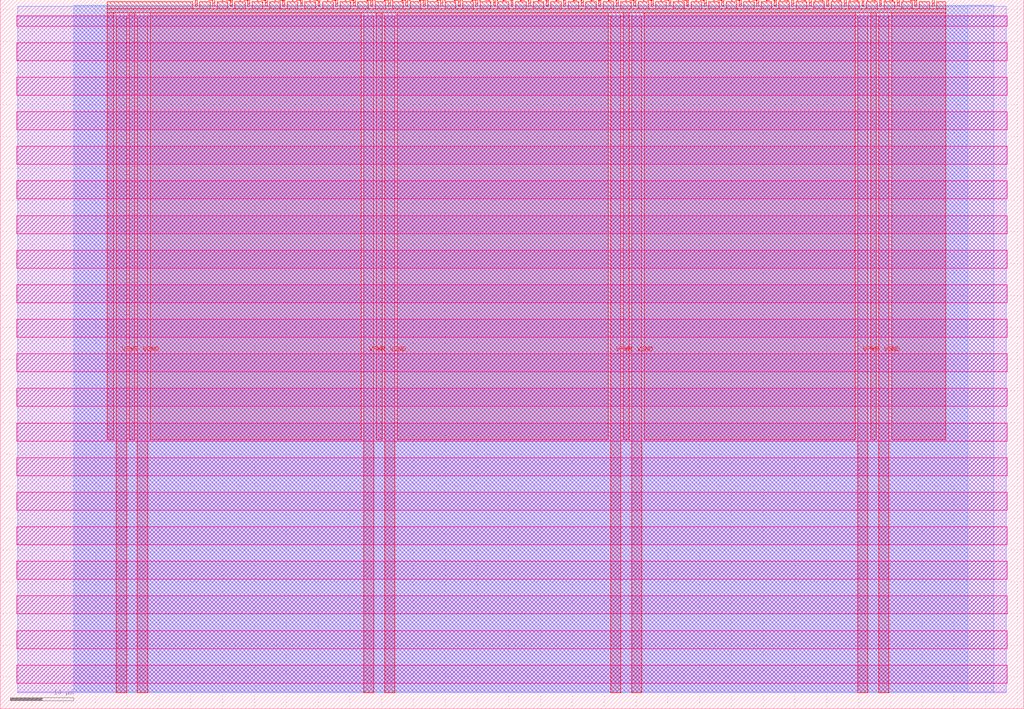
<source format=lef>
VERSION 5.7 ;
  NOWIREEXTENSIONATPIN ON ;
  DIVIDERCHAR "/" ;
  BUSBITCHARS "[]" ;
MACRO tt_um_rebeccargb_styler
  CLASS BLOCK ;
  FOREIGN tt_um_rebeccargb_styler ;
  ORIGIN 0.000 0.000 ;
  SIZE 161.000 BY 111.520 ;
  PIN VGND
    DIRECTION INOUT ;
    USE GROUND ;
    PORT
      LAYER met4 ;
        RECT 21.580 2.480 23.180 109.040 ;
    END
    PORT
      LAYER met4 ;
        RECT 60.450 2.480 62.050 109.040 ;
    END
    PORT
      LAYER met4 ;
        RECT 99.320 2.480 100.920 109.040 ;
    END
    PORT
      LAYER met4 ;
        RECT 138.190 2.480 139.790 109.040 ;
    END
  END VGND
  PIN VPWR
    DIRECTION INOUT ;
    USE POWER ;
    PORT
      LAYER met4 ;
        RECT 18.280 2.480 19.880 109.040 ;
    END
    PORT
      LAYER met4 ;
        RECT 57.150 2.480 58.750 109.040 ;
    END
    PORT
      LAYER met4 ;
        RECT 96.020 2.480 97.620 109.040 ;
    END
    PORT
      LAYER met4 ;
        RECT 134.890 2.480 136.490 109.040 ;
    END
  END VPWR
  PIN clk
    DIRECTION INPUT ;
    USE SIGNAL ;
    ANTENNAGATEAREA 0.852000 ;
    PORT
      LAYER met4 ;
        RECT 143.830 110.520 144.130 111.520 ;
    END
  END clk
  PIN ena
    DIRECTION INPUT ;
    USE SIGNAL ;
    PORT
      LAYER met4 ;
        RECT 146.590 110.520 146.890 111.520 ;
    END
  END ena
  PIN rst_n
    DIRECTION INPUT ;
    USE SIGNAL ;
    ANTENNAGATEAREA 0.196500 ;
    PORT
      LAYER met4 ;
        RECT 141.070 110.520 141.370 111.520 ;
    END
  END rst_n
  PIN ui_in[0]
    DIRECTION INPUT ;
    USE SIGNAL ;
    ANTENNAGATEAREA 0.196500 ;
    PORT
      LAYER met4 ;
        RECT 138.310 110.520 138.610 111.520 ;
    END
  END ui_in[0]
  PIN ui_in[1]
    DIRECTION INPUT ;
    USE SIGNAL ;
    ANTENNAGATEAREA 0.159000 ;
    PORT
      LAYER met4 ;
        RECT 135.550 110.520 135.850 111.520 ;
    END
  END ui_in[1]
  PIN ui_in[2]
    DIRECTION INPUT ;
    USE SIGNAL ;
    ANTENNAGATEAREA 0.213000 ;
    PORT
      LAYER met4 ;
        RECT 132.790 110.520 133.090 111.520 ;
    END
  END ui_in[2]
  PIN ui_in[3]
    DIRECTION INPUT ;
    USE SIGNAL ;
    ANTENNAGATEAREA 0.213000 ;
    PORT
      LAYER met4 ;
        RECT 130.030 110.520 130.330 111.520 ;
    END
  END ui_in[3]
  PIN ui_in[4]
    DIRECTION INPUT ;
    USE SIGNAL ;
    ANTENNAGATEAREA 0.196500 ;
    PORT
      LAYER met4 ;
        RECT 127.270 110.520 127.570 111.520 ;
    END
  END ui_in[4]
  PIN ui_in[5]
    DIRECTION INPUT ;
    USE SIGNAL ;
    ANTENNAGATEAREA 0.196500 ;
    PORT
      LAYER met4 ;
        RECT 124.510 110.520 124.810 111.520 ;
    END
  END ui_in[5]
  PIN ui_in[6]
    DIRECTION INPUT ;
    USE SIGNAL ;
    ANTENNAGATEAREA 0.126000 ;
    PORT
      LAYER met4 ;
        RECT 121.750 110.520 122.050 111.520 ;
    END
  END ui_in[6]
  PIN ui_in[7]
    DIRECTION INPUT ;
    USE SIGNAL ;
    ANTENNAGATEAREA 0.196500 ;
    PORT
      LAYER met4 ;
        RECT 118.990 110.520 119.290 111.520 ;
    END
  END ui_in[7]
  PIN uio_in[0]
    DIRECTION INPUT ;
    USE SIGNAL ;
    ANTENNAGATEAREA 0.213000 ;
    PORT
      LAYER met4 ;
        RECT 116.230 110.520 116.530 111.520 ;
    END
  END uio_in[0]
  PIN uio_in[1]
    DIRECTION INPUT ;
    USE SIGNAL ;
    ANTENNAGATEAREA 0.159000 ;
    PORT
      LAYER met4 ;
        RECT 113.470 110.520 113.770 111.520 ;
    END
  END uio_in[1]
  PIN uio_in[2]
    DIRECTION INPUT ;
    USE SIGNAL ;
    ANTENNAGATEAREA 0.159000 ;
    PORT
      LAYER met4 ;
        RECT 110.710 110.520 111.010 111.520 ;
    END
  END uio_in[2]
  PIN uio_in[3]
    DIRECTION INPUT ;
    USE SIGNAL ;
    ANTENNAGATEAREA 0.159000 ;
    PORT
      LAYER met4 ;
        RECT 107.950 110.520 108.250 111.520 ;
    END
  END uio_in[3]
  PIN uio_in[4]
    DIRECTION INPUT ;
    USE SIGNAL ;
    ANTENNAGATEAREA 0.213000 ;
    PORT
      LAYER met4 ;
        RECT 105.190 110.520 105.490 111.520 ;
    END
  END uio_in[4]
  PIN uio_in[5]
    DIRECTION INPUT ;
    USE SIGNAL ;
    ANTENNAGATEAREA 0.159000 ;
    PORT
      LAYER met4 ;
        RECT 102.430 110.520 102.730 111.520 ;
    END
  END uio_in[5]
  PIN uio_in[6]
    DIRECTION INPUT ;
    USE SIGNAL ;
    ANTENNAGATEAREA 0.213000 ;
    PORT
      LAYER met4 ;
        RECT 99.670 110.520 99.970 111.520 ;
    END
  END uio_in[6]
  PIN uio_in[7]
    DIRECTION INPUT ;
    USE SIGNAL ;
    ANTENNAGATEAREA 0.213000 ;
    PORT
      LAYER met4 ;
        RECT 96.910 110.520 97.210 111.520 ;
    END
  END uio_in[7]
  PIN uio_oe[0]
    DIRECTION OUTPUT ;
    USE SIGNAL ;
    ANTENNADIFFAREA 0.445500 ;
    PORT
      LAYER met4 ;
        RECT 49.990 110.520 50.290 111.520 ;
    END
  END uio_oe[0]
  PIN uio_oe[1]
    DIRECTION OUTPUT ;
    USE SIGNAL ;
    ANTENNADIFFAREA 0.445500 ;
    PORT
      LAYER met4 ;
        RECT 47.230 110.520 47.530 111.520 ;
    END
  END uio_oe[1]
  PIN uio_oe[2]
    DIRECTION OUTPUT ;
    USE SIGNAL ;
    ANTENNADIFFAREA 0.445500 ;
    PORT
      LAYER met4 ;
        RECT 44.470 110.520 44.770 111.520 ;
    END
  END uio_oe[2]
  PIN uio_oe[3]
    DIRECTION OUTPUT ;
    USE SIGNAL ;
    ANTENNADIFFAREA 0.445500 ;
    PORT
      LAYER met4 ;
        RECT 41.710 110.520 42.010 111.520 ;
    END
  END uio_oe[3]
  PIN uio_oe[4]
    DIRECTION OUTPUT ;
    USE SIGNAL ;
    ANTENNADIFFAREA 0.445500 ;
    PORT
      LAYER met4 ;
        RECT 38.950 110.520 39.250 111.520 ;
    END
  END uio_oe[4]
  PIN uio_oe[5]
    DIRECTION OUTPUT ;
    USE SIGNAL ;
    ANTENNADIFFAREA 0.445500 ;
    PORT
      LAYER met4 ;
        RECT 36.190 110.520 36.490 111.520 ;
    END
  END uio_oe[5]
  PIN uio_oe[6]
    DIRECTION OUTPUT ;
    USE SIGNAL ;
    ANTENNADIFFAREA 0.445500 ;
    PORT
      LAYER met4 ;
        RECT 33.430 110.520 33.730 111.520 ;
    END
  END uio_oe[6]
  PIN uio_oe[7]
    DIRECTION OUTPUT ;
    USE SIGNAL ;
    ANTENNAGATEAREA 1.113000 ;
    ANTENNADIFFAREA 1.075200 ;
    PORT
      LAYER met4 ;
        RECT 30.670 110.520 30.970 111.520 ;
    END
  END uio_oe[7]
  PIN uio_out[0]
    DIRECTION OUTPUT ;
    USE SIGNAL ;
    ANTENNAGATEAREA 0.213000 ;
    ANTENNADIFFAREA 0.891000 ;
    PORT
      LAYER met4 ;
        RECT 72.070 110.520 72.370 111.520 ;
    END
  END uio_out[0]
  PIN uio_out[1]
    DIRECTION OUTPUT ;
    USE SIGNAL ;
    ANTENNAGATEAREA 0.213000 ;
    ANTENNADIFFAREA 0.891000 ;
    PORT
      LAYER met4 ;
        RECT 69.310 110.520 69.610 111.520 ;
    END
  END uio_out[1]
  PIN uio_out[2]
    DIRECTION OUTPUT ;
    USE SIGNAL ;
    ANTENNAGATEAREA 0.159000 ;
    ANTENNADIFFAREA 0.891000 ;
    PORT
      LAYER met4 ;
        RECT 66.550 110.520 66.850 111.520 ;
    END
  END uio_out[2]
  PIN uio_out[3]
    DIRECTION OUTPUT ;
    USE SIGNAL ;
    ANTENNAGATEAREA 0.213000 ;
    ANTENNADIFFAREA 0.891000 ;
    PORT
      LAYER met4 ;
        RECT 63.790 110.520 64.090 111.520 ;
    END
  END uio_out[3]
  PIN uio_out[4]
    DIRECTION OUTPUT ;
    USE SIGNAL ;
    ANTENNAGATEAREA 0.213000 ;
    ANTENNADIFFAREA 0.924000 ;
    PORT
      LAYER met4 ;
        RECT 61.030 110.520 61.330 111.520 ;
    END
  END uio_out[4]
  PIN uio_out[5]
    DIRECTION OUTPUT ;
    USE SIGNAL ;
    ANTENNAGATEAREA 0.159000 ;
    ANTENNADIFFAREA 1.288000 ;
    PORT
      LAYER met4 ;
        RECT 58.270 110.520 58.570 111.520 ;
    END
  END uio_out[5]
  PIN uio_out[6]
    DIRECTION OUTPUT ;
    USE SIGNAL ;
    ANTENNAGATEAREA 0.159000 ;
    ANTENNADIFFAREA 0.891000 ;
    PORT
      LAYER met4 ;
        RECT 55.510 110.520 55.810 111.520 ;
    END
  END uio_out[6]
  PIN uio_out[7]
    DIRECTION OUTPUT ;
    USE SIGNAL ;
    ANTENNAGATEAREA 0.213000 ;
    ANTENNADIFFAREA 0.891000 ;
    PORT
      LAYER met4 ;
        RECT 52.750 110.520 53.050 111.520 ;
    END
  END uio_out[7]
  PIN uo_out[0]
    DIRECTION OUTPUT ;
    USE SIGNAL ;
    ANTENNADIFFAREA 0.795200 ;
    PORT
      LAYER met4 ;
        RECT 94.150 110.520 94.450 111.520 ;
    END
  END uo_out[0]
  PIN uo_out[1]
    DIRECTION OUTPUT ;
    USE SIGNAL ;
    ANTENNADIFFAREA 0.795200 ;
    PORT
      LAYER met4 ;
        RECT 91.390 110.520 91.690 111.520 ;
    END
  END uo_out[1]
  PIN uo_out[2]
    DIRECTION OUTPUT ;
    USE SIGNAL ;
    ANTENNADIFFAREA 0.445500 ;
    PORT
      LAYER met4 ;
        RECT 88.630 110.520 88.930 111.520 ;
    END
  END uo_out[2]
  PIN uo_out[3]
    DIRECTION OUTPUT ;
    USE SIGNAL ;
    ANTENNADIFFAREA 0.795200 ;
    PORT
      LAYER met4 ;
        RECT 85.870 110.520 86.170 111.520 ;
    END
  END uo_out[3]
  PIN uo_out[4]
    DIRECTION OUTPUT ;
    USE SIGNAL ;
    ANTENNADIFFAREA 0.795200 ;
    PORT
      LAYER met4 ;
        RECT 83.110 110.520 83.410 111.520 ;
    END
  END uo_out[4]
  PIN uo_out[5]
    DIRECTION OUTPUT ;
    USE SIGNAL ;
    ANTENNADIFFAREA 0.445500 ;
    PORT
      LAYER met4 ;
        RECT 80.350 110.520 80.650 111.520 ;
    END
  END uo_out[5]
  PIN uo_out[6]
    DIRECTION OUTPUT ;
    USE SIGNAL ;
    ANTENNADIFFAREA 0.445500 ;
    PORT
      LAYER met4 ;
        RECT 77.590 110.520 77.890 111.520 ;
    END
  END uo_out[6]
  PIN uo_out[7]
    DIRECTION OUTPUT ;
    USE SIGNAL ;
    ANTENNADIFFAREA 0.795200 ;
    PORT
      LAYER met4 ;
        RECT 74.830 110.520 75.130 111.520 ;
    END
  END uo_out[7]
  OBS
      LAYER nwell ;
        RECT 2.570 107.385 158.430 108.990 ;
        RECT 2.570 101.945 158.430 104.775 ;
        RECT 2.570 96.505 158.430 99.335 ;
        RECT 2.570 91.065 158.430 93.895 ;
        RECT 2.570 85.625 158.430 88.455 ;
        RECT 2.570 80.185 158.430 83.015 ;
        RECT 2.570 74.745 158.430 77.575 ;
        RECT 2.570 69.305 158.430 72.135 ;
        RECT 2.570 63.865 158.430 66.695 ;
        RECT 2.570 58.425 158.430 61.255 ;
        RECT 2.570 52.985 158.430 55.815 ;
        RECT 2.570 47.545 158.430 50.375 ;
        RECT 2.570 42.105 158.430 44.935 ;
        RECT 2.570 36.665 158.430 39.495 ;
        RECT 2.570 31.225 158.430 34.055 ;
        RECT 2.570 25.785 158.430 28.615 ;
        RECT 2.570 20.345 158.430 23.175 ;
        RECT 2.570 14.905 158.430 17.735 ;
        RECT 2.570 9.465 158.430 12.295 ;
        RECT 2.570 4.025 158.430 6.855 ;
      LAYER li1 ;
        RECT 2.760 2.635 158.240 108.885 ;
      LAYER met1 ;
        RECT 2.760 2.480 158.240 110.460 ;
      LAYER met2 ;
        RECT 11.590 2.535 156.300 110.685 ;
      LAYER met3 ;
        RECT 11.565 2.555 152.195 110.665 ;
      LAYER met4 ;
        RECT 16.855 110.120 30.270 111.170 ;
        RECT 31.370 110.120 33.030 111.170 ;
        RECT 34.130 110.120 35.790 111.170 ;
        RECT 36.890 110.120 38.550 111.170 ;
        RECT 39.650 110.120 41.310 111.170 ;
        RECT 42.410 110.120 44.070 111.170 ;
        RECT 45.170 110.120 46.830 111.170 ;
        RECT 47.930 110.120 49.590 111.170 ;
        RECT 50.690 110.120 52.350 111.170 ;
        RECT 53.450 110.120 55.110 111.170 ;
        RECT 56.210 110.120 57.870 111.170 ;
        RECT 58.970 110.120 60.630 111.170 ;
        RECT 61.730 110.120 63.390 111.170 ;
        RECT 64.490 110.120 66.150 111.170 ;
        RECT 67.250 110.120 68.910 111.170 ;
        RECT 70.010 110.120 71.670 111.170 ;
        RECT 72.770 110.120 74.430 111.170 ;
        RECT 75.530 110.120 77.190 111.170 ;
        RECT 78.290 110.120 79.950 111.170 ;
        RECT 81.050 110.120 82.710 111.170 ;
        RECT 83.810 110.120 85.470 111.170 ;
        RECT 86.570 110.120 88.230 111.170 ;
        RECT 89.330 110.120 90.990 111.170 ;
        RECT 92.090 110.120 93.750 111.170 ;
        RECT 94.850 110.120 96.510 111.170 ;
        RECT 97.610 110.120 99.270 111.170 ;
        RECT 100.370 110.120 102.030 111.170 ;
        RECT 103.130 110.120 104.790 111.170 ;
        RECT 105.890 110.120 107.550 111.170 ;
        RECT 108.650 110.120 110.310 111.170 ;
        RECT 111.410 110.120 113.070 111.170 ;
        RECT 114.170 110.120 115.830 111.170 ;
        RECT 116.930 110.120 118.590 111.170 ;
        RECT 119.690 110.120 121.350 111.170 ;
        RECT 122.450 110.120 124.110 111.170 ;
        RECT 125.210 110.120 126.870 111.170 ;
        RECT 127.970 110.120 129.630 111.170 ;
        RECT 130.730 110.120 132.390 111.170 ;
        RECT 133.490 110.120 135.150 111.170 ;
        RECT 136.250 110.120 137.910 111.170 ;
        RECT 139.010 110.120 140.670 111.170 ;
        RECT 141.770 110.120 143.430 111.170 ;
        RECT 144.530 110.120 146.190 111.170 ;
        RECT 147.290 110.120 148.745 111.170 ;
        RECT 16.855 109.440 148.745 110.120 ;
        RECT 16.855 42.335 17.880 109.440 ;
        RECT 20.280 42.335 21.180 109.440 ;
        RECT 23.580 42.335 56.750 109.440 ;
        RECT 59.150 42.335 60.050 109.440 ;
        RECT 62.450 42.335 95.620 109.440 ;
        RECT 98.020 42.335 98.920 109.440 ;
        RECT 101.320 42.335 134.490 109.440 ;
        RECT 136.890 42.335 137.790 109.440 ;
        RECT 140.190 42.335 148.745 109.440 ;
  END
END tt_um_rebeccargb_styler
END LIBRARY


</source>
